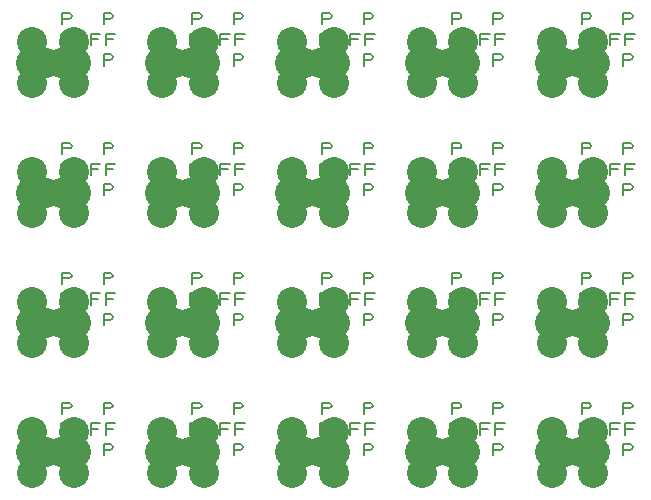
<source format=gbr>
G04 EasyPC Gerber Version 20.0.2 Build 4112 *
%FSLAX35Y35*%
%MOIN*%
%ADD15C,0.00500*%
%ADD14C,0.10000*%
X0Y0D02*
D02*
D14*
X8358Y15882D03*
Y59189D03*
Y102496D03*
Y145803D03*
X8969Y8992D03*
Y22772D03*
Y52299D03*
Y66079D03*
Y95606D03*
Y109386D03*
Y138913D03*
Y152693D03*
X13358Y15882D03*
Y59189D03*
Y102496D03*
Y145803D03*
X18358Y15882D03*
Y59189D03*
Y102496D03*
Y145803D03*
X22748Y8992D03*
Y22772D03*
Y52299D03*
Y66079D03*
Y95606D03*
Y109386D03*
Y138913D03*
Y152693D03*
X23358Y15882D03*
Y59189D03*
Y102496D03*
Y145803D03*
X51665Y15882D03*
Y59189D03*
Y102496D03*
Y145803D03*
X52276Y8992D03*
Y22772D03*
Y52299D03*
Y66079D03*
Y95606D03*
Y109386D03*
Y138913D03*
Y152693D03*
X56665Y15882D03*
Y59189D03*
Y102496D03*
Y145803D03*
X61665Y15882D03*
Y59189D03*
Y102496D03*
Y145803D03*
X66055Y8992D03*
Y22772D03*
Y52299D03*
Y66079D03*
Y95606D03*
Y109386D03*
Y138913D03*
Y152693D03*
X66665Y15882D03*
Y59189D03*
Y102496D03*
Y145803D03*
X94972Y15882D03*
Y59189D03*
Y102496D03*
Y145803D03*
X95583Y8992D03*
Y22772D03*
Y52299D03*
Y66079D03*
Y95606D03*
Y109386D03*
Y138913D03*
Y152693D03*
X99972Y15882D03*
Y59189D03*
Y102496D03*
Y145803D03*
X104972Y15882D03*
Y59189D03*
Y102496D03*
Y145803D03*
X109362Y8992D03*
Y22772D03*
Y52299D03*
Y66079D03*
Y95606D03*
Y109386D03*
Y138913D03*
Y152693D03*
X109972Y15882D03*
Y59189D03*
Y102496D03*
Y145803D03*
X138280Y15882D03*
Y59189D03*
Y102496D03*
Y145803D03*
X138890Y8992D03*
Y22772D03*
Y52299D03*
Y66079D03*
Y95606D03*
Y109386D03*
Y138913D03*
Y152693D03*
X143280Y15882D03*
Y59189D03*
Y102496D03*
Y145803D03*
X148280Y15882D03*
Y59189D03*
Y102496D03*
Y145803D03*
X152669Y8992D03*
Y22772D03*
Y52299D03*
Y66079D03*
Y95606D03*
Y109386D03*
Y138913D03*
Y152693D03*
X153280Y15882D03*
Y59189D03*
Y102496D03*
Y145803D03*
X181587Y15882D03*
Y59189D03*
Y102496D03*
Y145803D03*
X182197Y8992D03*
Y22772D03*
Y52299D03*
Y66079D03*
Y95606D03*
Y109386D03*
Y138913D03*
Y152693D03*
X186587Y15882D03*
Y59189D03*
Y102496D03*
Y145803D03*
X191587Y15882D03*
Y59189D03*
Y102496D03*
Y145803D03*
X195976Y8992D03*
Y22772D03*
Y52299D03*
Y66079D03*
Y95606D03*
Y109386D03*
Y138913D03*
Y152693D03*
X196587Y15882D03*
Y59189D03*
Y102496D03*
Y145803D03*
D02*
D15*
X18358Y21819D02*
Y25569D01*
X21483*
X20858Y23694D02*
X18358D01*
Y65126D02*
Y68876D01*
X21483*
X20858Y67002D02*
X18358D01*
Y108433D02*
Y112183D01*
X21483*
X20858Y110309D02*
X18358D01*
Y151741D02*
Y155491D01*
X21483*
X20858Y153616D02*
X18358D01*
X18969Y14930D02*
Y18680D01*
X21156*
X21781Y18367*
X22094Y17742*
X21781Y17117*
X21156Y16805*
X18969*
Y28709D02*
Y32459D01*
X21156*
X21781Y32147*
X22094Y31522*
X21781Y30897*
X21156Y30584*
X18969*
Y58237D02*
Y61987D01*
X21156*
X21781Y61674*
X22094Y61049*
X21781Y60424*
X21156Y60112*
X18969*
Y72016D02*
Y75766D01*
X21156*
X21781Y75454*
X22094Y74829*
X21781Y74204*
X21156Y73891*
X18969*
Y101544D02*
Y105294D01*
X21156*
X21781Y104981*
X22094Y104356*
X21781Y103731*
X21156Y103419*
X18969*
Y115323D02*
Y119073D01*
X21156*
X21781Y118761*
X22094Y118136*
X21781Y117511*
X21156Y117198*
X18969*
Y144851D02*
Y148601D01*
X21156*
X21781Y148289*
X22094Y147663*
X21781Y147039*
X21156Y146726*
X18969*
Y158630D02*
Y162380D01*
X21156*
X21781Y162068*
X22094Y161443*
X21781Y160818*
X21156Y160506*
X18969*
X23358Y21819D02*
Y25569D01*
X26483*
X25858Y23694D02*
X23358D01*
Y65126D02*
Y68876D01*
X26483*
X25858Y67002D02*
X23358D01*
Y108433D02*
Y112183D01*
X26483*
X25858Y110309D02*
X23358D01*
Y151741D02*
Y155491D01*
X26483*
X25858Y153616D02*
X23358D01*
X28358Y21819D02*
Y25569D01*
X31483*
X30858Y23694D02*
X28358D01*
Y65126D02*
Y68876D01*
X31483*
X30858Y67002D02*
X28358D01*
Y108433D02*
Y112183D01*
X31483*
X30858Y110309D02*
X28358D01*
Y151741D02*
Y155491D01*
X31483*
X30858Y153616D02*
X28358D01*
X32748Y14930D02*
Y18680D01*
X34935*
X35561Y18367*
X35873Y17742*
X35561Y17117*
X34935Y16805*
X32748*
Y28709D02*
Y32459D01*
X34935*
X35561Y32147*
X35873Y31522*
X35561Y30897*
X34935Y30584*
X32748*
Y58237D02*
Y61987D01*
X34935*
X35561Y61674*
X35873Y61049*
X35561Y60424*
X34935Y60112*
X32748*
Y72016D02*
Y75766D01*
X34935*
X35561Y75454*
X35873Y74829*
X35561Y74204*
X34935Y73891*
X32748*
Y101544D02*
Y105294D01*
X34935*
X35561Y104981*
X35873Y104356*
X35561Y103731*
X34935Y103419*
X32748*
Y115323D02*
Y119073D01*
X34935*
X35561Y118761*
X35873Y118136*
X35561Y117511*
X34935Y117198*
X32748*
Y144851D02*
Y148601D01*
X34935*
X35561Y148289*
X35873Y147663*
X35561Y147039*
X34935Y146726*
X32748*
Y158630D02*
Y162380D01*
X34935*
X35561Y162068*
X35873Y161443*
X35561Y160818*
X34935Y160506*
X32748*
X33358Y21819D02*
Y25569D01*
X36483*
X35858Y23694D02*
X33358D01*
Y65126D02*
Y68876D01*
X36483*
X35858Y67002D02*
X33358D01*
Y108433D02*
Y112183D01*
X36483*
X35858Y110309D02*
X33358D01*
Y151741D02*
Y155491D01*
X36483*
X35858Y153616D02*
X33358D01*
X61665Y21819D02*
Y25569D01*
X64791*
X64165Y23694D02*
X61665D01*
Y65126D02*
Y68876D01*
X64791*
X64165Y67002D02*
X61665D01*
Y108433D02*
Y112183D01*
X64791*
X64165Y110309D02*
X61665D01*
Y151741D02*
Y155491D01*
X64791*
X64165Y153616D02*
X61665D01*
X62276Y14930D02*
Y18680D01*
X64463*
X65088Y18367*
X65401Y17742*
X65088Y17117*
X64463Y16805*
X62276*
Y28709D02*
Y32459D01*
X64463*
X65088Y32147*
X65401Y31522*
X65088Y30897*
X64463Y30584*
X62276*
Y58237D02*
Y61987D01*
X64463*
X65088Y61674*
X65401Y61049*
X65088Y60424*
X64463Y60112*
X62276*
Y72016D02*
Y75766D01*
X64463*
X65088Y75454*
X65401Y74829*
X65088Y74204*
X64463Y73891*
X62276*
Y101544D02*
Y105294D01*
X64463*
X65088Y104981*
X65401Y104356*
X65088Y103731*
X64463Y103419*
X62276*
Y115323D02*
Y119073D01*
X64463*
X65088Y118761*
X65401Y118136*
X65088Y117511*
X64463Y117198*
X62276*
Y144851D02*
Y148601D01*
X64463*
X65088Y148289*
X65401Y147663*
X65088Y147039*
X64463Y146726*
X62276*
Y158630D02*
Y162380D01*
X64463*
X65088Y162068*
X65401Y161443*
X65088Y160818*
X64463Y160506*
X62276*
X66665Y21819D02*
Y25569D01*
X69791*
X69165Y23694D02*
X66665D01*
Y65126D02*
Y68876D01*
X69791*
X69165Y67002D02*
X66665D01*
Y108433D02*
Y112183D01*
X69791*
X69165Y110309D02*
X66665D01*
Y151741D02*
Y155491D01*
X69791*
X69165Y153616D02*
X66665D01*
X71665Y21819D02*
Y25569D01*
X74791*
X74165Y23694D02*
X71665D01*
Y65126D02*
Y68876D01*
X74791*
X74165Y67002D02*
X71665D01*
Y108433D02*
Y112183D01*
X74791*
X74165Y110309D02*
X71665D01*
Y151741D02*
Y155491D01*
X74791*
X74165Y153616D02*
X71665D01*
X76055Y14930D02*
Y18680D01*
X78243*
X78868Y18367*
X79180Y17742*
X78868Y17117*
X78243Y16805*
X76055*
Y28709D02*
Y32459D01*
X78243*
X78868Y32147*
X79180Y31522*
X78868Y30897*
X78243Y30584*
X76055*
Y58237D02*
Y61987D01*
X78243*
X78868Y61674*
X79180Y61049*
X78868Y60424*
X78243Y60112*
X76055*
Y72016D02*
Y75766D01*
X78243*
X78868Y75454*
X79180Y74829*
X78868Y74204*
X78243Y73891*
X76055*
Y101544D02*
Y105294D01*
X78243*
X78868Y104981*
X79180Y104356*
X78868Y103731*
X78243Y103419*
X76055*
Y115323D02*
Y119073D01*
X78243*
X78868Y118761*
X79180Y118136*
X78868Y117511*
X78243Y117198*
X76055*
Y144851D02*
Y148601D01*
X78243*
X78868Y148289*
X79180Y147663*
X78868Y147039*
X78243Y146726*
X76055*
Y158630D02*
Y162380D01*
X78243*
X78868Y162068*
X79180Y161443*
X78868Y160818*
X78243Y160506*
X76055*
X76665Y21819D02*
Y25569D01*
X79791*
X79165Y23694D02*
X76665D01*
Y65126D02*
Y68876D01*
X79791*
X79165Y67002D02*
X76665D01*
Y108433D02*
Y112183D01*
X79791*
X79165Y110309D02*
X76665D01*
Y151741D02*
Y155491D01*
X79791*
X79165Y153616D02*
X76665D01*
X104972Y21819D02*
Y25569D01*
X108098*
X107472Y23694D02*
X104972D01*
Y65126D02*
Y68876D01*
X108098*
X107472Y67002D02*
X104972D01*
Y108433D02*
Y112183D01*
X108098*
X107472Y110309D02*
X104972D01*
Y151741D02*
Y155491D01*
X108098*
X107472Y153616D02*
X104972D01*
X105583Y14930D02*
Y18680D01*
X107770*
X108395Y18367*
X108708Y17742*
X108395Y17117*
X107770Y16805*
X105583*
Y28709D02*
Y32459D01*
X107770*
X108395Y32147*
X108708Y31522*
X108395Y30897*
X107770Y30584*
X105583*
Y58237D02*
Y61987D01*
X107770*
X108395Y61674*
X108708Y61049*
X108395Y60424*
X107770Y60112*
X105583*
Y72016D02*
Y75766D01*
X107770*
X108395Y75454*
X108708Y74829*
X108395Y74204*
X107770Y73891*
X105583*
Y101544D02*
Y105294D01*
X107770*
X108395Y104981*
X108708Y104356*
X108395Y103731*
X107770Y103419*
X105583*
Y115323D02*
Y119073D01*
X107770*
X108395Y118761*
X108708Y118136*
X108395Y117511*
X107770Y117198*
X105583*
Y144851D02*
Y148601D01*
X107770*
X108395Y148289*
X108708Y147663*
X108395Y147039*
X107770Y146726*
X105583*
Y158630D02*
Y162380D01*
X107770*
X108395Y162068*
X108708Y161443*
X108395Y160818*
X107770Y160506*
X105583*
X109972Y21819D02*
Y25569D01*
X113098*
X112472Y23694D02*
X109972D01*
Y65126D02*
Y68876D01*
X113098*
X112472Y67002D02*
X109972D01*
Y108433D02*
Y112183D01*
X113098*
X112472Y110309D02*
X109972D01*
Y151741D02*
Y155491D01*
X113098*
X112472Y153616D02*
X109972D01*
X114972Y21819D02*
Y25569D01*
X118098*
X117472Y23694D02*
X114972D01*
Y65126D02*
Y68876D01*
X118098*
X117472Y67002D02*
X114972D01*
Y108433D02*
Y112183D01*
X118098*
X117472Y110309D02*
X114972D01*
Y151741D02*
Y155491D01*
X118098*
X117472Y153616D02*
X114972D01*
X119362Y14930D02*
Y18680D01*
X121550*
X122175Y18367*
X122487Y17742*
X122175Y17117*
X121550Y16805*
X119362*
Y28709D02*
Y32459D01*
X121550*
X122175Y32147*
X122487Y31522*
X122175Y30897*
X121550Y30584*
X119362*
Y58237D02*
Y61987D01*
X121550*
X122175Y61674*
X122487Y61049*
X122175Y60424*
X121550Y60112*
X119362*
Y72016D02*
Y75766D01*
X121550*
X122175Y75454*
X122487Y74829*
X122175Y74204*
X121550Y73891*
X119362*
Y101544D02*
Y105294D01*
X121550*
X122175Y104981*
X122487Y104356*
X122175Y103731*
X121550Y103419*
X119362*
Y115323D02*
Y119073D01*
X121550*
X122175Y118761*
X122487Y118136*
X122175Y117511*
X121550Y117198*
X119362*
Y144851D02*
Y148601D01*
X121550*
X122175Y148289*
X122487Y147663*
X122175Y147039*
X121550Y146726*
X119362*
Y158630D02*
Y162380D01*
X121550*
X122175Y162068*
X122487Y161443*
X122175Y160818*
X121550Y160506*
X119362*
X119972Y21819D02*
Y25569D01*
X123098*
X122472Y23694D02*
X119972D01*
Y65126D02*
Y68876D01*
X123098*
X122472Y67002D02*
X119972D01*
Y108433D02*
Y112183D01*
X123098*
X122472Y110309D02*
X119972D01*
Y151741D02*
Y155491D01*
X123098*
X122472Y153616D02*
X119972D01*
X148280Y21819D02*
Y25569D01*
X151405*
X150780Y23694D02*
X148280D01*
Y65126D02*
Y68876D01*
X151405*
X150780Y67002D02*
X148280D01*
Y108433D02*
Y112183D01*
X151405*
X150780Y110309D02*
X148280D01*
Y151741D02*
Y155491D01*
X151405*
X150780Y153616D02*
X148280D01*
X148890Y14930D02*
Y18680D01*
X151077*
X151702Y18367*
X152015Y17742*
X151702Y17117*
X151077Y16805*
X148890*
Y28709D02*
Y32459D01*
X151077*
X151702Y32147*
X152015Y31522*
X151702Y30897*
X151077Y30584*
X148890*
Y58237D02*
Y61987D01*
X151077*
X151702Y61674*
X152015Y61049*
X151702Y60424*
X151077Y60112*
X148890*
Y72016D02*
Y75766D01*
X151077*
X151702Y75454*
X152015Y74829*
X151702Y74204*
X151077Y73891*
X148890*
Y101544D02*
Y105294D01*
X151077*
X151702Y104981*
X152015Y104356*
X151702Y103731*
X151077Y103419*
X148890*
Y115323D02*
Y119073D01*
X151077*
X151702Y118761*
X152015Y118136*
X151702Y117511*
X151077Y117198*
X148890*
Y144851D02*
Y148601D01*
X151077*
X151702Y148289*
X152015Y147663*
X151702Y147039*
X151077Y146726*
X148890*
Y158630D02*
Y162380D01*
X151077*
X151702Y162068*
X152015Y161443*
X151702Y160818*
X151077Y160506*
X148890*
X153280Y21819D02*
Y25569D01*
X156405*
X155780Y23694D02*
X153280D01*
Y65126D02*
Y68876D01*
X156405*
X155780Y67002D02*
X153280D01*
Y108433D02*
Y112183D01*
X156405*
X155780Y110309D02*
X153280D01*
Y151741D02*
Y155491D01*
X156405*
X155780Y153616D02*
X153280D01*
X158280Y21819D02*
Y25569D01*
X161405*
X160780Y23694D02*
X158280D01*
Y65126D02*
Y68876D01*
X161405*
X160780Y67002D02*
X158280D01*
Y108433D02*
Y112183D01*
X161405*
X160780Y110309D02*
X158280D01*
Y151741D02*
Y155491D01*
X161405*
X160780Y153616D02*
X158280D01*
X162669Y14930D02*
Y18680D01*
X164857*
X165482Y18367*
X165794Y17742*
X165482Y17117*
X164857Y16805*
X162669*
Y28709D02*
Y32459D01*
X164857*
X165482Y32147*
X165794Y31522*
X165482Y30897*
X164857Y30584*
X162669*
Y58237D02*
Y61987D01*
X164857*
X165482Y61674*
X165794Y61049*
X165482Y60424*
X164857Y60112*
X162669*
Y72016D02*
Y75766D01*
X164857*
X165482Y75454*
X165794Y74829*
X165482Y74204*
X164857Y73891*
X162669*
Y101544D02*
Y105294D01*
X164857*
X165482Y104981*
X165794Y104356*
X165482Y103731*
X164857Y103419*
X162669*
Y115323D02*
Y119073D01*
X164857*
X165482Y118761*
X165794Y118136*
X165482Y117511*
X164857Y117198*
X162669*
Y144851D02*
Y148601D01*
X164857*
X165482Y148289*
X165794Y147663*
X165482Y147039*
X164857Y146726*
X162669*
Y158630D02*
Y162380D01*
X164857*
X165482Y162068*
X165794Y161443*
X165482Y160818*
X164857Y160506*
X162669*
X163280Y21819D02*
Y25569D01*
X166405*
X165780Y23694D02*
X163280D01*
Y65126D02*
Y68876D01*
X166405*
X165780Y67002D02*
X163280D01*
Y108433D02*
Y112183D01*
X166405*
X165780Y110309D02*
X163280D01*
Y151741D02*
Y155491D01*
X166405*
X165780Y153616D02*
X163280D01*
X191587Y21819D02*
Y25569D01*
X194712*
X194087Y23694D02*
X191587D01*
Y65126D02*
Y68876D01*
X194712*
X194087Y67002D02*
X191587D01*
Y108433D02*
Y112183D01*
X194712*
X194087Y110309D02*
X191587D01*
Y151741D02*
Y155491D01*
X194712*
X194087Y153616D02*
X191587D01*
X192197Y14930D02*
Y18680D01*
X194384*
X195009Y18367*
X195322Y17742*
X195009Y17117*
X194384Y16805*
X192197*
Y28709D02*
Y32459D01*
X194384*
X195009Y32147*
X195322Y31522*
X195009Y30897*
X194384Y30584*
X192197*
Y58237D02*
Y61987D01*
X194384*
X195009Y61674*
X195322Y61049*
X195009Y60424*
X194384Y60112*
X192197*
Y72016D02*
Y75766D01*
X194384*
X195009Y75454*
X195322Y74829*
X195009Y74204*
X194384Y73891*
X192197*
Y101544D02*
Y105294D01*
X194384*
X195009Y104981*
X195322Y104356*
X195009Y103731*
X194384Y103419*
X192197*
Y115323D02*
Y119073D01*
X194384*
X195009Y118761*
X195322Y118136*
X195009Y117511*
X194384Y117198*
X192197*
Y144851D02*
Y148601D01*
X194384*
X195009Y148289*
X195322Y147663*
X195009Y147039*
X194384Y146726*
X192197*
Y158630D02*
Y162380D01*
X194384*
X195009Y162068*
X195322Y161443*
X195009Y160818*
X194384Y160506*
X192197*
X196587Y21819D02*
Y25569D01*
X199712*
X199087Y23694D02*
X196587D01*
Y65126D02*
Y68876D01*
X199712*
X199087Y67002D02*
X196587D01*
Y108433D02*
Y112183D01*
X199712*
X199087Y110309D02*
X196587D01*
Y151741D02*
Y155491D01*
X199712*
X199087Y153616D02*
X196587D01*
X201587Y21819D02*
Y25569D01*
X204712*
X204087Y23694D02*
X201587D01*
Y65126D02*
Y68876D01*
X204712*
X204087Y67002D02*
X201587D01*
Y108433D02*
Y112183D01*
X204712*
X204087Y110309D02*
X201587D01*
Y151741D02*
Y155491D01*
X204712*
X204087Y153616D02*
X201587D01*
X205976Y14930D02*
Y18680D01*
X208164*
X208789Y18367*
X209102Y17742*
X208789Y17117*
X208164Y16805*
X205976*
Y28709D02*
Y32459D01*
X208164*
X208789Y32147*
X209102Y31522*
X208789Y30897*
X208164Y30584*
X205976*
Y58237D02*
Y61987D01*
X208164*
X208789Y61674*
X209102Y61049*
X208789Y60424*
X208164Y60112*
X205976*
Y72016D02*
Y75766D01*
X208164*
X208789Y75454*
X209102Y74829*
X208789Y74204*
X208164Y73891*
X205976*
Y101544D02*
Y105294D01*
X208164*
X208789Y104981*
X209102Y104356*
X208789Y103731*
X208164Y103419*
X205976*
Y115323D02*
Y119073D01*
X208164*
X208789Y118761*
X209102Y118136*
X208789Y117511*
X208164Y117198*
X205976*
Y144851D02*
Y148601D01*
X208164*
X208789Y148289*
X209102Y147663*
X208789Y147039*
X208164Y146726*
X205976*
Y158630D02*
Y162380D01*
X208164*
X208789Y162068*
X209102Y161443*
X208789Y160818*
X208164Y160506*
X205976*
X206587Y21819D02*
Y25569D01*
X209712*
X209087Y23694D02*
X206587D01*
Y65126D02*
Y68876D01*
X209712*
X209087Y67002D02*
X206587D01*
Y108433D02*
Y112183D01*
X209712*
X209087Y110309D02*
X206587D01*
Y151741D02*
Y155491D01*
X209712*
X209087Y153616D02*
X206587D01*
X0Y0D02*
M02*

</source>
